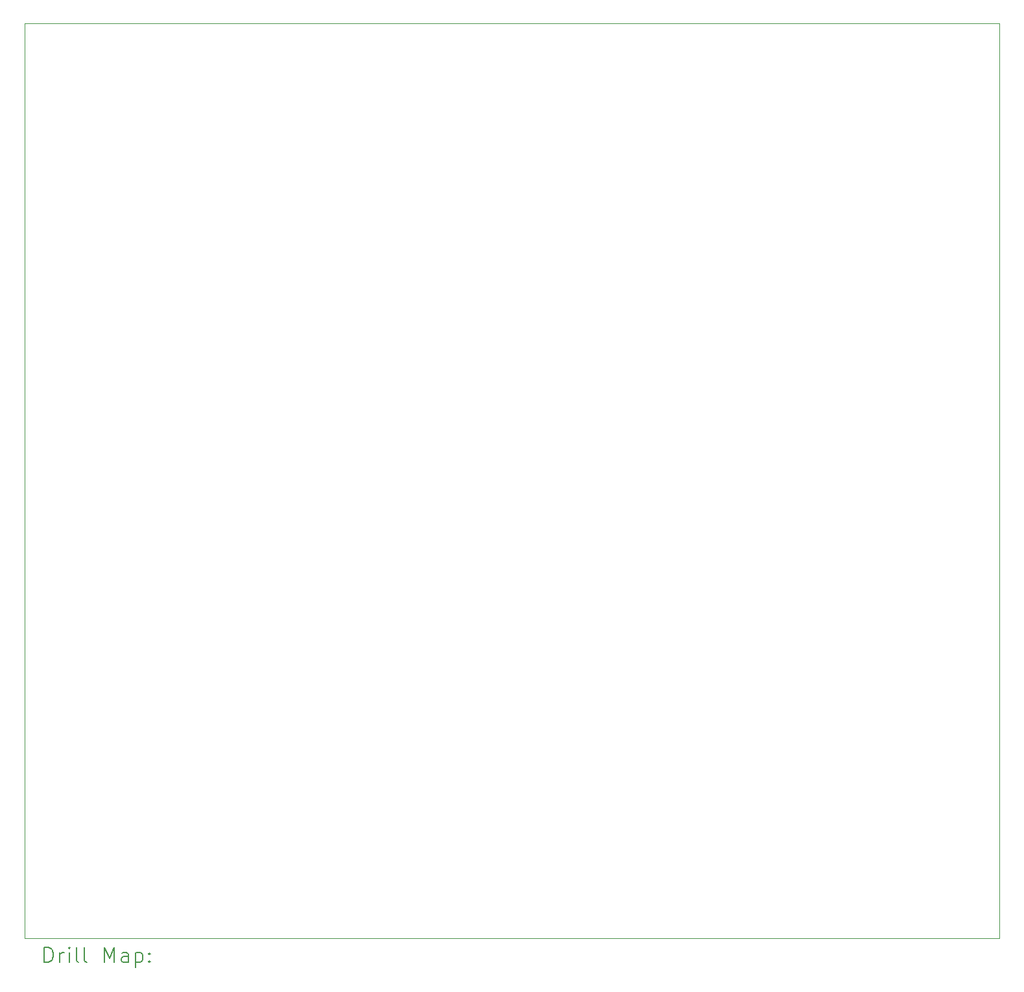
<source format=gbr>
%TF.GenerationSoftware,KiCad,Pcbnew,7.0.9*%
%TF.CreationDate,2023-11-10T12:16:27-05:00*%
%TF.ProjectId,DoubleRow4SlotBackplane,446f7562-6c65-4526-9f77-34536c6f7442,rev?*%
%TF.SameCoordinates,Original*%
%TF.FileFunction,Drillmap*%
%TF.FilePolarity,Positive*%
%FSLAX45Y45*%
G04 Gerber Fmt 4.5, Leading zero omitted, Abs format (unit mm)*
G04 Created by KiCad (PCBNEW 7.0.9) date 2023-11-10 12:16:27*
%MOMM*%
%LPD*%
G01*
G04 APERTURE LIST*
%ADD10C,0.100000*%
%ADD11C,0.200000*%
G04 APERTURE END LIST*
D10*
X6226486Y-3048000D02*
X18949072Y-3048000D01*
X18949072Y-15000000D01*
X6226486Y-15000000D01*
X6226486Y-3048000D01*
D11*
X6482263Y-15316484D02*
X6482263Y-15116484D01*
X6482263Y-15116484D02*
X6529882Y-15116484D01*
X6529882Y-15116484D02*
X6558454Y-15126008D01*
X6558454Y-15126008D02*
X6577501Y-15145055D01*
X6577501Y-15145055D02*
X6587025Y-15164103D01*
X6587025Y-15164103D02*
X6596549Y-15202198D01*
X6596549Y-15202198D02*
X6596549Y-15230769D01*
X6596549Y-15230769D02*
X6587025Y-15268865D01*
X6587025Y-15268865D02*
X6577501Y-15287912D01*
X6577501Y-15287912D02*
X6558454Y-15306960D01*
X6558454Y-15306960D02*
X6529882Y-15316484D01*
X6529882Y-15316484D02*
X6482263Y-15316484D01*
X6682263Y-15316484D02*
X6682263Y-15183150D01*
X6682263Y-15221246D02*
X6691787Y-15202198D01*
X6691787Y-15202198D02*
X6701311Y-15192674D01*
X6701311Y-15192674D02*
X6720358Y-15183150D01*
X6720358Y-15183150D02*
X6739406Y-15183150D01*
X6806073Y-15316484D02*
X6806073Y-15183150D01*
X6806073Y-15116484D02*
X6796549Y-15126008D01*
X6796549Y-15126008D02*
X6806073Y-15135531D01*
X6806073Y-15135531D02*
X6815597Y-15126008D01*
X6815597Y-15126008D02*
X6806073Y-15116484D01*
X6806073Y-15116484D02*
X6806073Y-15135531D01*
X6929882Y-15316484D02*
X6910835Y-15306960D01*
X6910835Y-15306960D02*
X6901311Y-15287912D01*
X6901311Y-15287912D02*
X6901311Y-15116484D01*
X7034644Y-15316484D02*
X7015597Y-15306960D01*
X7015597Y-15306960D02*
X7006073Y-15287912D01*
X7006073Y-15287912D02*
X7006073Y-15116484D01*
X7263216Y-15316484D02*
X7263216Y-15116484D01*
X7263216Y-15116484D02*
X7329882Y-15259341D01*
X7329882Y-15259341D02*
X7396549Y-15116484D01*
X7396549Y-15116484D02*
X7396549Y-15316484D01*
X7577501Y-15316484D02*
X7577501Y-15211722D01*
X7577501Y-15211722D02*
X7567978Y-15192674D01*
X7567978Y-15192674D02*
X7548930Y-15183150D01*
X7548930Y-15183150D02*
X7510835Y-15183150D01*
X7510835Y-15183150D02*
X7491787Y-15192674D01*
X7577501Y-15306960D02*
X7558454Y-15316484D01*
X7558454Y-15316484D02*
X7510835Y-15316484D01*
X7510835Y-15316484D02*
X7491787Y-15306960D01*
X7491787Y-15306960D02*
X7482263Y-15287912D01*
X7482263Y-15287912D02*
X7482263Y-15268865D01*
X7482263Y-15268865D02*
X7491787Y-15249817D01*
X7491787Y-15249817D02*
X7510835Y-15240293D01*
X7510835Y-15240293D02*
X7558454Y-15240293D01*
X7558454Y-15240293D02*
X7577501Y-15230769D01*
X7672739Y-15183150D02*
X7672739Y-15383150D01*
X7672739Y-15192674D02*
X7691787Y-15183150D01*
X7691787Y-15183150D02*
X7729882Y-15183150D01*
X7729882Y-15183150D02*
X7748930Y-15192674D01*
X7748930Y-15192674D02*
X7758454Y-15202198D01*
X7758454Y-15202198D02*
X7767978Y-15221246D01*
X7767978Y-15221246D02*
X7767978Y-15278388D01*
X7767978Y-15278388D02*
X7758454Y-15297436D01*
X7758454Y-15297436D02*
X7748930Y-15306960D01*
X7748930Y-15306960D02*
X7729882Y-15316484D01*
X7729882Y-15316484D02*
X7691787Y-15316484D01*
X7691787Y-15316484D02*
X7672739Y-15306960D01*
X7853692Y-15297436D02*
X7863216Y-15306960D01*
X7863216Y-15306960D02*
X7853692Y-15316484D01*
X7853692Y-15316484D02*
X7844168Y-15306960D01*
X7844168Y-15306960D02*
X7853692Y-15297436D01*
X7853692Y-15297436D02*
X7853692Y-15316484D01*
X7853692Y-15192674D02*
X7863216Y-15202198D01*
X7863216Y-15202198D02*
X7853692Y-15211722D01*
X7853692Y-15211722D02*
X7844168Y-15202198D01*
X7844168Y-15202198D02*
X7853692Y-15192674D01*
X7853692Y-15192674D02*
X7853692Y-15211722D01*
M02*

</source>
